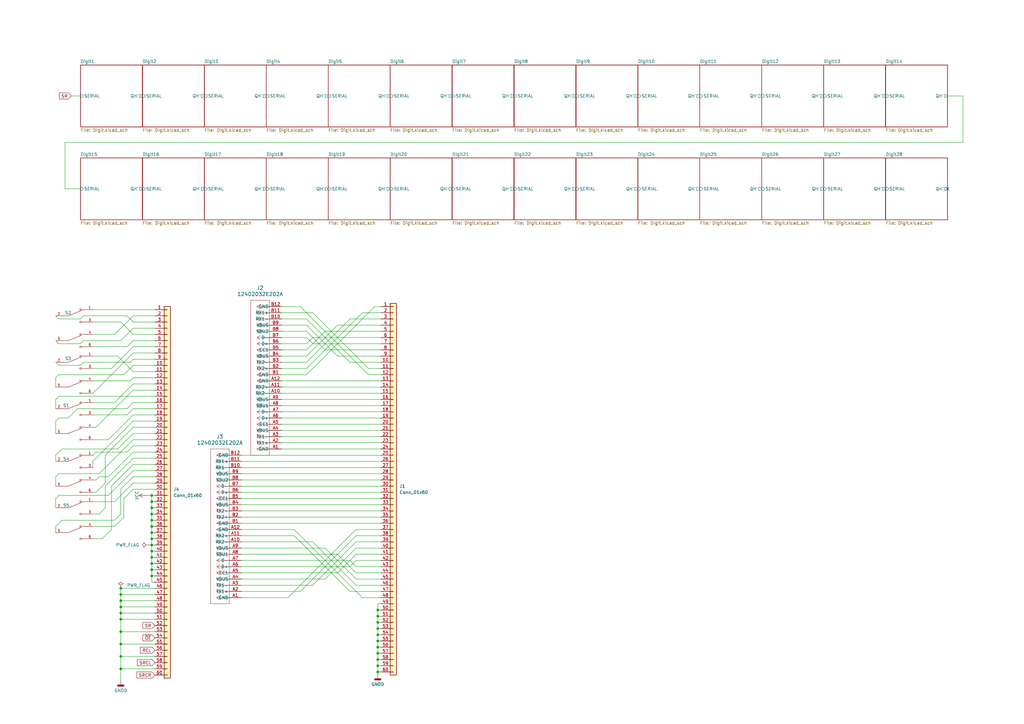
<source format=kicad_sch>
(kicad_sch (version 20250114) (generator "eeschema") (generator_version "9.0")
  (paper "A3")
  (lib_symbols
    (symbol "Connector_Generic:Conn_01x60" (pin_names (offset 1.016) (hide yes))
      (property "Reference" "J" (at 0 76.2 0))
      (property "Value" "Conn_01x60" (at 0 -78.74 0))
      (symbol "Conn_01x60_1_1"
        (pin passive line (at -5.08 73.66 0) (length 3.81) (name "Pin_1") (number "1"))
        (pin passive line (at -5.08 71.12 0) (length 3.81) (name "Pin_2") (number "2"))
        (pin passive line (at -5.08 68.58 0) (length 3.81) (name "Pin_3") (number "3"))
        (pin passive line (at -5.08 66.04 0) (length 3.81) (name "Pin_4") (number "4"))
        (pin passive line (at -5.08 63.5 0) (length 3.81) (name "Pin_5") (number "5"))
        (pin passive line (at -5.08 60.96 0) (length 3.81) (name "Pin_6") (number "6"))
        (pin passive line (at -5.08 58.42 0) (length 3.81) (name "Pin_7") (number "7"))
        (pin passive line (at -5.08 55.88 0) (length 3.81) (name "Pin_8") (number "8"))
        (pin passive line (at -5.08 53.34 0) (length 3.81) (name "Pin_9") (number "9"))
        (pin passive line (at -5.08 50.8 0) (length 3.81) (name "Pin_10") (number "10"))
        (pin passive line (at -5.08 48.26 0) (length 3.81) (name "Pin_11") (number "11"))
        (pin passive line (at -5.08 45.72 0) (length 3.81) (name "Pin_12") (number "12"))
        (pin passive line (at -5.08 43.18 0) (length 3.81) (name "Pin_13") (number "13"))
        (pin passive line (at -5.08 40.64 0) (length 3.81) (name "Pin_14") (number "14"))
        (pin passive line (at -5.08 38.1 0) (length 3.81) (name "Pin_15") (number "15"))
        (pin passive line (at -5.08 35.56 0) (length 3.81) (name "Pin_16") (number "16"))
        (pin passive line (at -5.08 33.02 0) (length 3.81) (name "Pin_17") (number "17"))
        (pin passive line (at -5.08 30.48 0) (length 3.81) (name "Pin_18") (number "18"))
        (pin passive line (at -5.08 27.94 0) (length 3.81) (name "Pin_19") (number "19"))
        (pin passive line (at -5.08 25.4 0) (length 3.81) (name "Pin_20") (number "20"))
        (pin passive line (at -5.08 22.86 0) (length 3.81) (name "Pin_21") (number "21"))
        (pin passive line (at -5.08 20.32 0) (length 3.81) (name "Pin_22") (number "22"))
        (pin passive line (at -5.08 17.78 0) (length 3.81) (name "Pin_23") (number "23"))
        (pin passive line (at -5.08 15.24 0) (length 3.81) (name "Pin_24") (number "24"))
        (pin passive line (at -5.08 12.7 0) (length 3.81) (name "Pin_25") (number "25"))
        (pin passive line (at -5.08 10.16 0) (length 3.81) (name "Pin_26") (number "26"))
        (pin passive line (at -5.08 7.62 0) (length 3.81) (name "Pin_27") (number "27"))
        (pin passive line (at -5.08 5.08 0) (length 3.81) (name "Pin_28") (number "28"))
        (pin passive line (at -5.08 2.54 0) (length 3.81) (name "Pin_29") (number "29"))
        (pin passive line (at -5.08 0 0) (length 3.81) (name "Pin_30") (number "30"))
        (pin passive line (at -5.08 -2.54 0) (length 3.81) (name "Pin_31") (number "31"))
        (pin passive line (at -5.08 -5.08 0) (length 3.81) (name "Pin_32") (number "32"))
        (pin passive line (at -5.08 -7.62 0) (length 3.81) (name "Pin_33") (number "33"))
        (pin passive line (at -5.08 -10.16 0) (length 3.81) (name "Pin_34") (number "34"))
        (pin passive line (at -5.08 -12.7 0) (length 3.81) (name "Pin_35") (number "35"))
        (pin passive line (at -5.08 -15.24 0) (length 3.81) (name "Pin_36") (number "36"))
        (pin passive line (at -5.08 -17.78 0) (length 3.81) (name "Pin_37") (number "37"))
        (pin passive line (at -5.08 -20.32 0) (length 3.81) (name "Pin_38") (number "38"))
        (pin passive line (at -5.08 -22.86 0) (length 3.81) (name "Pin_39") (number "39"))
        (pin passive line (at -5.08 -25.4 0) (length 3.81) (name "Pin_40") (number "40"))
        (pin passive line (at -5.08 -27.94 0) (length 3.81) (name "Pin_41") (number "41"))
        (pin passive line (at -5.08 -30.48 0) (length 3.81) (name "Pin_42") (number "42"))
        (pin passive line (at -5.08 -33.02 0) (length 3.81) (name "Pin_43") (number "43"))
        (pin passive line (at -5.08 -35.56 0) (length 3.81) (name "Pin_44") (number "44"))
        (pin passive line (at -5.08 -38.1 0) (length 3.81) (name "Pin_45") (number "45"))
        (pin passive line (at -5.08 -40.64 0) (length 3.81) (name "Pin_46") (number "46"))
        (pin passive line (at -5.08 -43.18 0) (length 3.81) (name "Pin_47") (number "47"))
        (pin passive line (at -5.08 -45.72 0) (length 3.81) (name "Pin_48") (number "48"))
        (pin passive line (at -5.08 -48.26 0) (length 3.81) (name "Pin_49") (number "49"))
        (pin passive line (at -5.08 -50.8 0) (length 3.81) (name "Pin_50") (number "50"))
        (pin passive line (at -5.08 -53.34 0) (length 3.81) (name "Pin_51") (number "51"))
        (pin passive line (at -5.08 -55.88 0) (length 3.81) (name "Pin_52") (number "52"))
        (pin passive line (at -5.08 -58.42 0) (length 3.81) (name "Pin_53") (number "53"))
        (pin passive line (at -5.08 -60.96 0) (length 3.81) (name "Pin_54") (number "54"))
        (pin passive line (at -5.08 -63.5 0) (length 3.81) (name "Pin_55") (number "55"))
        (pin passive line (at -5.08 -66.04 0) (length 3.81) (name "Pin_56") (number "56"))
        (pin passive line (at -5.08 -68.58 0) (length 3.81) (name "Pin_57") (number "57"))
        (pin passive line (at -5.08 -71.12 0) (length 3.81) (name "Pin_58") (number "58"))
        (pin passive line (at -5.08 -73.66 0) (length 3.81) (name "Pin_59") (number "59"))
        (pin passive line (at -5.08 -76.2 0) (length 3.81) (name "Pin_60") (number "60"))
      )
    )
    (symbol "External_Parts:12402032E202A" (pin_names (offset 0.254))
      (property "Reference" "J" (at 8.89 6.35 0))
      (property "Value" "12402032E202A" (at 0 0 0))
      (symbol "12402032E202A_1_1"
        (pin power_out line (at 0 0 0) (length 5.08) (name "GND") (number "A1"))
        (pin bidirectional line (at 0 -2.54 0) (length 5.08) (name "TX1+") (number "A2"))
        (pin bidirectional line (at 0 -5.08 0) (length 5.08) (name "TX1-") (number "A3"))
        (pin power_in line (at 0 -7.62 0) (length 5.08) (name "VBUS") (number "A4"))
        (pin bidirectional line (at 0 -10.16 0) (length 5.08) (name "CC1") (number "A5"))
        (pin unspecified line (at 0 -12.7 0) (length 5.08) (name "D+") (number "A6"))
        (pin bidirectional line (at 0 -15.24 0) (length 5.08) (name "D-") (number "A7"))
        (pin bidirectional line (at 0 -17.78 0) (length 5.08) (name "SBU1") (number "A8"))
        (pin power_in line (at 0 -20.32 0) (length 5.08) (name "VBUS") (number "A9"))
        (pin bidirectional line (at 0 -22.86 0) (length 5.08) (name "RX2-") (number "A10"))
        (pin bidirectional line (at 0 -25.4 0) (length 5.08) (name "RX2+") (number "A11"))
        (pin power_out line (at 0 -27.94 0) (length 5.08) (name "GND") (number "A12"))
        (pin power_out line (at 0 -30.48 0) (length 5.08) (name "GND") (number "B1"))
        (pin bidirectional line (at 0 -33.02 0) (length 5.08) (name "TX2+") (number "B2"))
        (pin bidirectional line (at 0 -35.56 0) (length 5.08) (name "TX2-") (number "B3"))
        (pin power_in line (at 0 -38.1 0) (length 5.08) (name "VBUS") (number "B4"))
        (pin bidirectional line (at 0 -40.64 0) (length 5.08) (name "CC1") (number "B5"))
        (pin unspecified line (at 0 -43.18 0) (length 5.08) (name "D+") (number "B6"))
        (pin bidirectional line (at 0 -45.72 0) (length 5.08) (name "D-") (number "B7"))
        (pin bidirectional line (at 0 -48.26 0) (length 5.08) (name "SBU2") (number "B8"))
        (pin power_in line (at 0 -50.8 0) (length 5.08) (name "VBUS") (number "B9"))
        (pin bidirectional line (at 0 -53.34 0) (length 5.08) (name "RX1-") (number "B10"))
        (pin bidirectional line (at 0 -55.88 0) (length 5.08) (name "RX1+") (number "B11"))
        (pin power_out line (at 0 -58.42 0) (length 5.08) (name "GND") (number "B12"))
      )
      (symbol "12402032E202A_1_2"
        (pin power_out line (at 0 0 0) (length 5.08) (name "GND") (number "A1"))
        (pin bidirectional line (at 0 -2.54 0) (length 5.08) (name "TX1+") (number "A2"))
        (pin bidirectional line (at 0 -5.08 0) (length 5.08) (name "TX1-") (number "A3"))
        (pin power_in line (at 0 -7.62 0) (length 5.08) (name "VBUS") (number "A4"))
        (pin bidirectional line (at 0 -10.16 0) (length 5.08) (name "CC1") (number "A5"))
        (pin unspecified line (at 0 -12.7 0) (length 5.08) (name "D+") (number "A6"))
        (pin bidirectional line (at 0 -15.24 0) (length 5.08) (name "D-") (number "A7"))
        (pin bidirectional line (at 0 -17.78 0) (length 5.08) (name "SBU1") (number "A8"))
        (pin power_in line (at 0 -20.32 0) (length 5.08) (name "VBUS") (number "A9"))
        (pin bidirectional line (at 0 -22.86 0) (length 5.08) (name "RX2-") (number "A10"))
        (pin bidirectional line (at 0 -25.4 0) (length 5.08) (name "RX2+") (number "A11"))
        (pin power_out line (at 0 -27.94 0) (length 5.08) (name "GND") (number "A12"))
        (pin power_out line (at 0 -30.48 0) (length 5.08) (name "GND") (number "B1"))
        (pin bidirectional line (at 0 -33.02 0) (length 5.08) (name "TX2+") (number "B2"))
        (pin bidirectional line (at 0 -35.56 0) (length 5.08) (name "TX2-") (number "B3"))
        (pin power_in line (at 0 -38.1 0) (length 5.08) (name "VBUS") (number "B4"))
        (pin bidirectional line (at 0 -40.64 0) (length 5.08) (name "CC1") (number "B5"))
        (pin unspecified line (at 0 -43.18 0) (length 5.08) (name "D+") (number "B6"))
        (pin bidirectional line (at 0 -45.72 0) (length 5.08) (name "D-") (number "B7"))
        (pin bidirectional line (at 0 -48.26 0) (length 5.08) (name "SBU2") (number "B8"))
        (pin power_in line (at 0 -50.8 0) (length 5.08) (name "VBUS") (number "B9"))
        (pin bidirectional line (at 0 -53.34 0) (length 5.08) (name "RX1-") (number "B10"))
        (pin bidirectional line (at 0 -55.88 0) (length 5.08) (name "RX1+") (number "B11"))
        (pin power_out line (at 0 -58.42 0) (length 5.08) (name "GND") (number "B12"))
      )
    )
    (symbol "External_Parts:TL2230EEF100" (pin_names (offset 1.016))
      (property "Reference" "S" (at -2.54 10.16 0))
      (property "Value" "TL2230EEF100" (at -2.54 -10.16 0))
      (symbol "TL2230EEF100_0_0"
        (pin passive line (at -7.62 5.08 0) (length 2.54) (name "~") (number "2"))
        (pin passive line (at -7.62 -5.08 0) (length 2.54) (name "~") (number "5"))
        (pin passive line (at 7.62 7.62 180) (length 2.54) (name "~") (number "1"))
        (pin passive line (at 7.62 2.54 180) (length 2.54) (name "~") (number "3"))
        (pin passive line (at 7.62 -2.54 180) (length 2.54) (name "~") (number "4"))
        (pin passive line (at 7.62 -7.62 180) (length 2.54) (name "~") (number "6"))
      )
    )
    (symbol "power:GNDD" (power) (pin_numbers (hide yes)) (pin_names (offset 0) (hide yes))
      (property "Value" "GNDD" (at 0 -3.175 0))
      (symbol "GNDD_1_1"
        (pin power_in line (at 0 0 270) (length 0) (name "~") (number "1"))
      )
    )
    (symbol "power:PWR_FLAG" (power) (pin_numbers (hide yes)) (pin_names (offset 0) (hide yes))
      (property "Value" "PWR_FLAG" (at 0 3.81 0))
      (symbol "PWR_FLAG_0_0"
        (pin power_out line (at 0 0 90) (length 0) (name "~") (number "1"))
      )
    )
    (symbol "power:VCC" (power) (pin_numbers (hide yes)) (pin_names (offset 0) (hide yes))
      (property "Value" "VCC" (at 0 3.556 0))
      (symbol "VCC_1_1"
        (pin power_in line (at 0 0 90) (length 0) (name "~") (number "1"))
      )
    )
  )
  (junction (at 62.23 203.2))
  (junction (at 154.94 252.73))
  (junction (at 154.94 275.59))
  (junction (at 49.53 243.84))
  (junction (at 49.53 251.46))
  (junction (at 154.94 260.35))
  (junction (at 62.23 215.9))
  (junction (at 154.94 265.43))
  (junction (at 62.23 208.28))
  (junction (at 49.53 254))
  (junction (at 62.23 233.68))
  (junction (at 62.23 236.22))
  (junction (at 154.94 257.81))
  (junction (at 62.23 205.74))
  (junction (at 49.53 274.32))
  (junction (at 49.53 241.3))
  (junction (at 49.53 246.38))
  (junction (at 49.53 259.08))
  (junction (at 62.23 223.52))
  (junction (at 49.53 248.92))
  (junction (at 154.94 270.51))
  (junction (at 154.94 255.27))
  (junction (at 62.23 213.36))
  (junction (at 62.23 228.6))
  (junction (at 154.94 262.89))
  (junction (at 154.94 267.97))
  (junction (at 154.94 250.19))
  (junction (at 49.53 269.24))
  (junction (at 62.23 226.06))
  (junction (at 62.23 218.44))
  (junction (at 62.23 210.82))
  (junction (at 49.53 264.16))
  (junction (at 62.23 220.98))
  (junction (at 62.23 231.14))
  (junction (at 154.94 273.05))
  (no_connect (at 388.62 77.47))
  (wire (pts (xy 143.51 232.41) (xy 146.05 229.87)))
  (wire (pts (xy 156.21 234.95) (xy 146.05 234.95)))
  (wire (pts (xy 46.99 137.16) (xy 54.61 129.54)))
  (wire (pts (xy 62.23 210.82) (xy 63.5 210.82)))
  (wire (pts (xy 54.61 157.48) (xy 63.5 157.48)))
  (wire (pts (xy 146.05 237.49) (xy 133.35 224.79)))
  (wire (pts (xy 115.57 143.51) (xy 125.73 143.51)))
  (wire (pts (xy 62.23 220.98) (xy 62.23 218.44)))
  (wire (pts (xy 63.5 220.98) (xy 62.23 220.98)))
  (wire (pts (xy 62.23 226.06) (xy 62.23 228.6)))
  (wire (pts (xy 38.1 146.05) (xy 48.26 146.05)))
  (wire (pts (xy 39.37 201.93) (xy 43.18 198.12)))
  (wire (pts (xy 154.94 273.05) (xy 156.21 273.05)))
  (wire (pts (xy 34.29 139.7) (xy 49.53 139.7)))
  (wire (pts (xy 62.23 205.74) (xy 63.5 205.74)))
  (wire (pts (xy 125.73 143.51) (xy 133.35 135.89)))
  (wire (pts (xy 24.13 203.2) (xy 44.45 203.2)))
  (wire (pts (xy 33.02 130.81) (xy 34.29 129.54)))
  (wire (pts (xy 143.51 148.59) (xy 125.73 130.81)))
  (wire (pts (xy 99.06 237.49) (xy 133.35 237.49)))
  (wire (pts (xy 31.75 167.64) (xy 27.94 171.45)))
  (wire (pts (xy 49.53 241.3) (xy 49.53 243.84)))
  (wire (pts (xy 46.99 205.74) (xy 54.61 198.12)))
  (wire (pts (xy 54.61 180.34) (xy 63.5 180.34)))
  (wire (pts (xy 54.61 149.86) (xy 63.5 149.86)))
  (wire (pts (xy 62.23 223.52) (xy 62.23 220.98)))
  (wire (pts (xy 24.13 140.97) (xy 33.02 140.97)))
  (wire (pts (xy 62.23 208.28) (xy 63.5 208.28)))
  (wire (pts (xy 38.1 189.23) (xy 54.61 172.72)))
  (wire (pts (xy 63.5 165.1) (xy 54.61 165.1)))
  (wire (pts (xy 43.18 199.39) (xy 54.61 187.96)))
  (wire (pts (xy 120.65 217.17) (xy 148.59 245.11)))
  (wire (pts (xy 115.57 179.07) (xy 156.21 179.07)))
  (wire (pts (xy 143.51 229.87) (xy 146.05 232.41)))
  (wire (pts (xy 38.1 186.69) (xy 39.37 185.42)))
  (wire (pts (xy 115.57 146.05) (xy 125.73 146.05)))
  (wire (pts (xy 49.53 241.3) (xy 63.5 241.3)))
  (wire (pts (xy 394.97 39.37) (xy 388.62 39.37)))
  (wire (pts (xy 25.4 184.15) (xy 48.26 184.15)))
  (wire (pts (xy 45.72 151.13) (xy 54.61 142.24)))
  (wire (pts (xy 115.57 173.99) (xy 156.21 173.99)))
  (wire (pts (xy 128.27 140.97) (xy 125.73 138.43)))
  (wire (pts (xy 154.94 273.05) (xy 154.94 275.59)))
  (wire (pts (xy 115.57 161.29) (xy 156.21 161.29)))
  (wire (pts (xy 62.23 223.52) (xy 62.23 226.06)))
  (wire (pts (xy 156.21 138.43) (xy 128.27 138.43)))
  (wire (pts (xy 138.43 146.05) (xy 156.21 146.05)))
  (wire (pts (xy 115.57 128.27) (xy 128.27 128.27)))
  (wire (pts (xy 154.94 252.73) (xy 156.21 252.73)))
  (wire (pts (xy 99.06 234.95) (xy 138.43 234.95)))
  (wire (pts (xy 62.23 218.44) (xy 62.23 215.9)))
  (wire (pts (xy 49.53 254) (xy 63.5 254)))
  (wire (pts (xy 60.96 223.52) (xy 62.23 223.52)))
  (wire (pts (xy 154.94 260.35) (xy 156.21 260.35)))
  (wire (pts (xy 156.21 135.89) (xy 133.35 135.89)))
  (wire (pts (xy 154.94 250.19) (xy 154.94 252.73)))
  (wire (pts (xy 22.86 215.9) (xy 25.4 213.36)))
  (wire (pts (xy 115.57 158.75) (xy 156.21 158.75)))
  (wire (pts (xy 54.61 172.72) (xy 63.5 172.72)))
  (wire (pts (xy 156.21 130.81) (xy 143.51 130.81)))
  (wire (pts (xy 54.61 167.64) (xy 63.5 167.64)))
  (wire (pts (xy 24.13 130.81) (xy 33.02 130.81)))
  (wire (pts (xy 394.97 58.42) (xy 394.97 39.37)))
  (wire (pts (xy 138.43 234.95) (xy 146.05 227.33)))
  (wire (pts (xy 154.94 255.27) (xy 154.94 257.81)))
  (wire (pts (xy 38.1 170.18) (xy 52.07 170.18)))
  (wire (pts (xy 125.73 135.89) (xy 133.35 143.51)))
  (wire (pts (xy 99.06 207.01) (xy 156.21 207.01)))
  (wire (pts (xy 99.06 189.23) (xy 156.21 189.23)))
  (wire (pts (xy 156.21 128.27) (xy 148.59 128.27)))
  (wire (pts (xy 50.8 204.47) (xy 54.61 200.66)))
  (wire (pts (xy 54.61 154.94) (xy 63.5 154.94)))
  (wire (pts (xy 154.94 267.97) (xy 156.21 267.97)))
  (wire (pts (xy 52.07 129.54) (xy 54.61 132.08)))
  (wire (pts (xy 118.11 245.11) (xy 146.05 217.17)))
  (wire (pts (xy 34.29 129.54) (xy 52.07 129.54)))
  (wire (pts (xy 115.57 184.15) (xy 156.21 184.15)))
  (wire (pts (xy 128.27 222.25) (xy 146.05 240.03)))
  (wire (pts (xy 38.1 156.21) (xy 53.34 156.21)))
  (wire (pts (xy 54.61 137.16) (xy 63.5 137.16)))
  (wire (pts (xy 22.86 154.94) (xy 24.13 153.67)))
  (wire (pts (xy 115.57 176.53) (xy 156.21 176.53)))
  (wire (pts (xy 156.21 143.51) (xy 133.35 143.51)))
  (wire (pts (xy 62.23 236.22) (xy 63.5 236.22)))
  (wire (pts (xy 99.06 212.09) (xy 156.21 212.09)))
  (wire (pts (xy 125.73 151.13) (xy 148.59 128.27)))
  (wire (pts (xy 128.27 240.03) (xy 146.05 222.25)))
  (wire (pts (xy 46.99 215.9) (xy 50.8 212.09)))
  (wire (pts (xy 99.06 232.41) (xy 143.51 232.41)))
  (wire (pts (xy 54.61 200.66) (xy 63.5 200.66)))
  (wire (pts (xy 22.86 218.44) (xy 22.86 215.9)))
  (wire (pts (xy 62.23 226.06) (xy 63.5 226.06)))
  (wire (pts (xy 99.06 240.03) (xy 128.27 240.03)))
  (wire (pts (xy 154.94 270.51) (xy 154.94 273.05)))
  (wire (pts (xy 54.61 198.12) (xy 63.5 198.12)))
  (wire (pts (xy 38.1 196.85) (xy 39.37 196.85)))
  (wire (pts (xy 53.34 156.21) (xy 54.61 154.94)))
  (wire (pts (xy 24.13 149.86) (xy 33.02 149.86)))
  (wire (pts (xy 62.23 236.22) (xy 62.23 238.76)))
  (wire (pts (xy 49.53 139.7) (xy 54.61 134.62)))
  (wire (pts (xy 45.72 199.39) (xy 54.61 190.5)))
  (wire (pts (xy 99.06 196.85) (xy 156.21 196.85)))
  (wire (pts (xy 115.57 168.91) (xy 156.21 168.91)))
  (wire (pts (xy 115.57 135.89) (xy 125.73 135.89)))
  (wire (pts (xy 99.06 245.11) (xy 118.11 245.11)))
  (wire (pts (xy 156.21 227.33) (xy 146.05 227.33)))
  (wire (pts (xy 40.64 210.82) (xy 43.18 208.28)))
  (wire (pts (xy 22.86 158.75) (xy 22.86 154.94)))
  (wire (pts (xy 99.06 227.33) (xy 138.43 227.33)))
  (wire (pts (xy 38.1 142.24) (xy 52.07 142.24)))
  (wire (pts (xy 44.45 203.2) (xy 54.61 193.04)))
  (wire (pts (xy 39.37 185.42) (xy 52.07 185.42)))
  (wire (pts (xy 143.51 242.57) (xy 120.65 219.71)))
  (wire (pts (xy 48.26 184.15) (xy 54.61 177.8)))
  (wire (pts (xy 62.23 213.36) (xy 63.5 213.36)))
  (wire (pts (xy 99.06 191.77) (xy 156.21 191.77)))
  (wire (pts (xy 154.94 252.73) (xy 154.94 255.27)))
  (wire (pts (xy 54.61 147.32) (xy 63.5 147.32)))
  (wire (pts (xy 133.35 237.49) (xy 146.05 224.79)))
  (wire (pts (xy 128.27 128.27) (xy 151.13 151.13)))
  (wire (pts (xy 22.86 189.23) (xy 22.86 186.69)))
  (wire (pts (xy 156.21 229.87) (xy 146.05 229.87)))
  (wire (pts (xy 154.94 265.43) (xy 156.21 265.43)))
  (wire (pts (xy 52.07 185.42) (xy 54.61 182.88)))
  (wire (pts (xy 38.1 132.08) (xy 49.53 132.08)))
  (wire (pts (xy 49.53 251.46) (xy 49.53 254)))
  (wire (pts (xy 49.53 210.82) (xy 49.53 200.66)))
  (wire (pts (xy 156.21 242.57) (xy 143.51 242.57)))
  (wire (pts (xy 45.72 217.17) (xy 45.72 199.39)))
  (wire (pts (xy 62.23 231.14) (xy 63.5 231.14)))
  (wire (pts (xy 53.34 148.59) (xy 54.61 147.32)))
  (wire (pts (xy 54.61 195.58) (xy 63.5 195.58)))
  (wire (pts (xy 22.86 186.69) (xy 25.4 184.15)))
  (wire (pts (xy 38.1 127) (xy 63.5 127)))
  (wire (pts (xy 99.06 209.55) (xy 156.21 209.55)))
  (wire (pts (xy 125.73 133.35) (xy 138.43 146.05)))
  (wire (pts (xy 49.53 259.08) (xy 63.5 259.08)))
  (wire (pts (xy 62.23 218.44) (xy 63.5 218.44)))
  (wire (pts (xy 49.53 200.66) (xy 54.61 195.58)))
  (wire (pts (xy 49.53 243.84) (xy 63.5 243.84)))
  (wire (pts (xy 156.21 237.49) (xy 146.05 237.49)))
  (wire (pts (xy 44.45 180.34) (xy 54.61 170.18)))
  (wire (pts (xy 54.61 142.24) (xy 63.5 142.24)))
  (wire (pts (xy 54.61 187.96) (xy 63.5 187.96)))
  (wire (pts (xy 62.23 238.76) (xy 63.5 238.76)))
  (wire (pts (xy 99.06 219.71) (xy 120.65 219.71)))
  (wire (pts (xy 99.06 242.57) (xy 123.19 242.57)))
  (wire (pts (xy 99.06 229.87) (xy 143.51 229.87)))
  (wire (pts (xy 54.61 137.16) (xy 49.53 132.08)))
  (wire (pts (xy 49.53 259.08) (xy 49.53 264.16)))
  (wire (pts (xy 63.5 162.56) (xy 24.13 162.56)))
  (wire (pts (xy 54.61 129.54) (xy 63.5 129.54)))
  (wire (pts (xy 115.57 181.61) (xy 156.21 181.61)))
  (wire (pts (xy 38.1 205.74) (xy 46.99 205.74)))
  (wire (pts (xy 156.21 125.73) (xy 153.67 125.73)))
  (wire (pts (xy 115.57 171.45) (xy 156.21 171.45)))
  (wire (pts (xy 59.69 203.2) (xy 62.23 203.2)))
  (wire (pts (xy 49.53 264.16) (xy 49.53 269.24)))
  (wire (pts (xy 154.94 255.27) (xy 156.21 255.27)))
  (wire (pts (xy 99.06 222.25) (xy 128.27 222.25)))
  (wire (pts (xy 40.64 195.58) (xy 44.45 195.58)))
  (wire (pts (xy 156.21 133.35) (xy 138.43 133.35)))
  (wire (pts (xy 24.13 153.67) (xy 50.8 153.67)))
  (wire (pts (xy 54.61 182.88) (xy 63.5 182.88)))
  (wire (pts (xy 62.23 205.74) (xy 62.23 203.2)))
  (wire (pts (xy 38.1 191.77) (xy 38.1 189.23)))
  (wire (pts (xy 22.86 195.58) (xy 24.13 194.31)))
  (wire (pts (xy 115.57 163.83) (xy 156.21 163.83)))
  (wire (pts (xy 22.86 148.59) (xy 24.13 149.86)))
  (wire (pts (xy 38.1 215.9) (xy 46.99 215.9)))
  (wire (pts (xy 39.37 175.26) (xy 54.61 160.02)))
  (wire (pts (xy 154.94 275.59) (xy 156.21 275.59)))
  (wire (pts (xy 54.61 170.18) (xy 63.5 170.18)))
  (wire (pts (xy 99.06 201.93) (xy 156.21 201.93)))
  (wire (pts (xy 154.94 262.89) (xy 156.21 262.89)))
  (wire (pts (xy 22.86 163.83) (xy 22.86 167.64)))
  (wire (pts (xy 54.61 175.26) (xy 63.5 175.26)))
  (wire (pts (xy 153.67 125.73) (xy 125.73 153.67)))
  (wire (pts (xy 46.99 213.36) (xy 49.53 210.82)))
  (wire (pts (xy 115.57 153.67) (xy 125.73 153.67)))
  (wire (pts (xy 62.23 228.6) (xy 62.23 231.14)))
  (wire (pts (xy 151.13 151.13) (xy 156.21 151.13)))
  (wire (pts (xy 156.21 222.25) (xy 146.05 222.25)))
  (wire (pts (xy 38.1 165.1) (xy 46.99 165.1)))
  (wire (pts (xy 22.86 139.7) (xy 24.13 140.97)))
  (wire (pts (xy 49.53 254) (xy 49.53 259.08)))
  (wire (pts (xy 22.86 204.47) (xy 24.13 203.2)))
  (wire (pts (xy 156.21 148.59) (xy 143.51 148.59)))
  (wire (pts (xy 22.86 172.72) (xy 22.86 177.8)))
  (wire (pts (xy 62.23 215.9) (xy 63.5 215.9)))
  (wire (pts (xy 54.61 177.8) (xy 63.5 177.8)))
  (wire (pts (xy 49.53 243.84) (xy 49.53 246.38)))
  (wire (pts (xy 34.29 148.59) (xy 53.34 148.59)))
  (wire (pts (xy 27.94 171.45) (xy 24.13 171.45)))
  (wire (pts (xy 138.43 133.35) (xy 125.73 146.05)))
  (wire (pts (xy 63.5 152.4) (xy 54.61 152.4)))
  (wire (pts (xy 123.19 242.57) (xy 146.05 219.71)))
  (wire (pts (xy 154.94 265.43) (xy 154.94 267.97)))
  (wire (pts (xy 99.06 204.47) (xy 156.21 204.47)))
  (wire (pts (xy 115.57 166.37) (xy 156.21 166.37)))
  (wire (pts (xy 99.06 194.31) (xy 156.21 194.31)))
  (wire (pts (xy 38.1 161.29) (xy 54.61 144.78)))
  (wire (pts (xy 54.61 185.42) (xy 63.5 185.42)))
  (wire (pts (xy 62.23 233.68) (xy 62.23 236.22)))
  (wire (pts (xy 33.02 140.97) (xy 34.29 139.7)))
  (wire (pts (xy 54.61 193.04) (xy 63.5 193.04)))
  (wire (pts (xy 115.57 140.97) (xy 125.73 140.97)))
  (wire (pts (xy 54.61 139.7) (xy 63.5 139.7)))
  (wire (pts (xy 33.02 77.47) (xy 26.67 77.47)))
  (wire (pts (xy 38.1 137.16) (xy 46.99 137.16)))
  (wire (pts (xy 62.23 231.14) (xy 62.23 233.68)))
  (wire (pts (xy 154.94 257.81) (xy 156.21 257.81)))
  (wire (pts (xy 39.37 196.85) (xy 40.64 195.58)))
  (wire (pts (xy 156.21 217.17) (xy 146.05 217.17)))
  (wire (pts (xy 43.18 208.28) (xy 43.18 199.39)))
  (wire (pts (xy 62.23 215.9) (xy 62.23 213.36)))
  (wire (pts (xy 46.99 165.1) (xy 54.61 157.48)))
  (wire (pts (xy 22.86 199.39) (xy 22.86 195.58)))
  (wire (pts (xy 154.94 260.35) (xy 154.94 262.89)))
  (wire (pts (xy 62.23 228.6) (xy 63.5 228.6)))
  (wire (pts (xy 99.06 199.39) (xy 156.21 199.39)))
  (wire (pts (xy 24.13 171.45) (xy 22.86 172.72)))
  (wire (pts (xy 156.21 245.11) (xy 148.59 245.11)))
  (wire (pts (xy 29.21 39.37) (xy 33.02 39.37)))
  (wire (pts (xy 154.94 250.19) (xy 156.21 250.19)))
  (wire (pts (xy 156.21 240.03) (xy 146.05 240.03)))
  (wire (pts (xy 154.94 262.89) (xy 154.94 265.43)))
  (wire (pts (xy 115.57 125.73) (xy 123.19 125.73)))
  (wire (pts (xy 99.06 217.17) (xy 120.65 217.17)))
  (wire (pts (xy 128.27 138.43) (xy 125.73 140.97)))
  (wire (pts (xy 33.02 149.86) (xy 34.29 148.59)))
  (wire (pts (xy 49.53 251.46) (xy 63.5 251.46)))
  (wire (pts (xy 49.53 248.92) (xy 63.5 248.92)))
  (wire (pts (xy 62.23 213.36) (xy 62.23 210.82)))
  (wire (pts (xy 99.06 214.63) (xy 156.21 214.63)))
  (wire (pts (xy 38.1 201.93) (xy 39.37 201.93)))
  (wire (pts (xy 49.53 274.32) (xy 63.5 274.32)))
  (wire (pts (xy 115.57 148.59) (xy 125.73 148.59)))
  (wire (pts (xy 43.18 198.12) (xy 43.18 186.69)))
  (wire (pts (xy 24.13 194.31) (xy 40.64 194.31)))
  (wire (pts (xy 151.13 153.67) (xy 156.21 153.67)))
  (wire (pts (xy 62.23 208.28) (xy 62.23 205.74)))
  (wire (pts (xy 52.07 170.18) (xy 54.61 167.64)))
  (wire (pts (xy 49.53 274.32) (xy 49.53 279.4)))
  (wire (pts (xy 156.21 219.71) (xy 146.05 219.71)))
  (wire (pts (xy 54.61 132.08) (xy 63.5 132.08)))
  (wire (pts (xy 41.91 220.98) (xy 45.72 217.17)))
  (wire (pts (xy 154.94 247.65) (xy 156.21 247.65)))
  (wire (pts (xy 138.43 227.33) (xy 146.05 234.95)))
  (wire (pts (xy 38.1 220.98) (xy 41.91 220.98)))
  (wire (pts (xy 49.53 269.24) (xy 63.5 269.24)))
  (wire (pts (xy 49.53 269.24) (xy 49.53 274.32)))
  (wire (pts (xy 115.57 138.43) (xy 125.73 138.43)))
  (wire (pts (xy 154.94 275.59) (xy 154.94 276.86)))
  (wire (pts (xy 38.1 175.26) (xy 39.37 175.26)))
  (wire (pts (xy 22.86 208.28) (xy 22.86 204.47)))
  (wire (pts (xy 38.1 210.82) (xy 40.64 210.82)))
  (wire (pts (xy 38.1 151.13) (xy 45.72 151.13)))
  (wire (pts (xy 115.57 156.21) (xy 156.21 156.21)))
  (wire (pts (xy 154.94 270.51) (xy 156.21 270.51)))
  (wire (pts (xy 154.94 247.65) (xy 154.94 250.19)))
  (wire (pts (xy 115.57 133.35) (xy 125.73 133.35)))
  (wire (pts (xy 25.4 213.36) (xy 46.99 213.36)))
  (wire (pts (xy 24.13 162.56) (xy 22.86 163.83)))
  (wire (pts (xy 49.53 246.38) (xy 49.53 248.92)))
  (wire (pts (xy 62.23 210.82) (xy 62.23 208.28)))
  (wire (pts (xy 50.8 212.09) (xy 50.8 204.47)))
  (wire (pts (xy 52.07 167.64) (xy 31.75 167.64)))
  (wire (pts (xy 49.53 248.92) (xy 49.53 251.46)))
  (wire (pts (xy 154.94 267.97) (xy 154.94 270.51)))
  (wire (pts (xy 49.53 246.38) (xy 63.5 246.38)))
  (wire (pts (xy 40.64 194.31) (xy 54.61 180.34)))
  (wire (pts (xy 156.21 232.41) (xy 146.05 232.41)))
  (wire (pts (xy 156.21 140.97) (xy 128.27 140.97)))
  (wire (pts (xy 143.51 130.81) (xy 125.73 148.59)))
  (wire (pts (xy 22.86 129.54) (xy 24.13 130.81)))
  (wire (pts (xy 156.21 224.79) (xy 146.05 224.79)))
  (wire (pts (xy 43.18 186.69) (xy 54.61 175.26)))
  (wire (pts (xy 62.23 203.2) (xy 63.5 203.2)))
  (wire (pts (xy 26.67 77.47) (xy 26.67 58.42)))
  (wire (pts (xy 44.45 195.58) (xy 54.61 185.42)))
  (wire (pts (xy 54.61 144.78) (xy 63.5 144.78)))
  (wire (pts (xy 54.61 152.4) (xy 48.26 146.05)))
  (wire (pts (xy 99.06 186.69) (xy 156.21 186.69)))
  (wire (pts (xy 99.06 224.79) (xy 133.35 224.79)))
  (wire (pts (xy 115.57 151.13) (xy 125.73 151.13)))
  (wire (pts (xy 54.61 160.02) (xy 63.5 160.02)))
  (wire (pts (xy 54.61 165.1) (xy 52.07 167.64)))
  (wire (pts (xy 123.19 125.73) (xy 151.13 153.67)))
  (wire (pts (xy 154.94 257.81) (xy 154.94 260.35)))
  (wire (pts (xy 38.1 180.34) (xy 44.45 180.34)))
  (wire (pts (xy 54.61 134.62) (xy 63.5 134.62)))
  (wire (pts (xy 26.67 58.42) (xy 394.97 58.42)))
  (wire (pts (xy 49.53 264.16) (xy 63.5 264.16)))
  (wire (pts (xy 52.07 142.24) (xy 54.61 139.7)))
  (wire (pts (xy 50.8 153.67) (xy 54.61 149.86)))
  (wire (pts (xy 54.61 190.5) (xy 63.5 190.5)))
  (wire (pts (xy 115.57 130.81) (xy 125.73 130.81)))
  (wire (pts (xy 63.5 223.52) (xy 62.23 223.52)))
  (wire (pts (xy 62.23 233.68) (xy 63.5 233.68)))
  (global_label "~{OE}" (shape input) (at 63.5 261.62 180) (property "Intersheetrefs" "${INTERSHEET_REFS}" (effects (hide yes))))
  (global_label "SRCR" (shape input) (at 63.5 276.86 180) (property "Intersheetrefs" "${INTERSHEET_REFS}" (effects (hide yes))))
  (global_label "RCL" (shape input) (at 63.5 266.7 180) (property "Intersheetrefs" "${INTERSHEET_REFS}" (effects (hide yes))))
  (global_label "SR" (shape input) (at 29.21 39.37 180) (property "Intersheetrefs" "${INTERSHEET_REFS}" (effects (hide yes))))
  (global_label "SR" (shape input) (at 63.5 256.54 180) (property "Intersheetrefs" "${INTERSHEET_REFS}" (effects (hide yes))))
  (global_label "SRCL" (shape input) (at 63.5 271.78 180) (property "Intersheetrefs" "${INTERSHEET_REFS}" (effects (hide yes))))
  (symbol (lib_id "External_Parts:TL2230EEF100") (at 30.48 213.36 0) (unit 1)
    (property "Reference" "S5" (at 27.178 207.264 0))
    (property "Value" "TL2230EEF100" (effects (hide yes)))
    (property "Footprint" "External_Parts:SW_TL2230EEF100" (effects (hide yes)))
    (property "PARTREV" "E" (effects (hide yes)))
    (property "STANDARD" "Manufacturer Recommendations" (effects (hide yes)))
    (property "MANUFACTURER" "E-Switch" (effects (hide yes)))
    (property "MAXIMUM_PACKAGE_HEIGHT" "12.5 mm" (effects (hide yes)))
    (property "SNAPEDA_PN" "TL2230EEF140" (effects (hide yes)))
  )
  (symbol (lib_id "External_Parts:TL2230EEF100") (at 30.48 153.67 0) (unit 1)
    (property "Reference" "S3" (at 27.94 147.066 0))
    (property "Value" "TL2230EEF100" (effects (hide yes)))
    (property "Footprint" "External_Parts:SW_TL2230EEF100" (effects (hide yes)))
    (property "PARTREV" "E" (effects (hide yes)))
    (property "STANDARD" "Manufacturer Recommendations" (effects (hide yes)))
    (property "MANUFACTURER" "E-Switch" (effects (hide yes)))
    (property "MAXIMUM_PACKAGE_HEIGHT" "12.5 mm" (effects (hide yes)))
    (property "SNAPEDA_PN" "TL2230EEF140" (effects (hide yes)))
  )
  (symbol (lib_id "power:GNDD") (at 154.94 276.86 0) (unit 1)
    (property "Reference" "#PWR0254" (effects (hide yes)))
    (property "Value" "GNDD" (at 154.94 280.67 0))
    (property "Description" "Power symbol creates a global label with name \"GNDD\" , digital ground" (effects (hide yes)))
  )
  (symbol (lib_id "External_Parts:12402032E202A") (at 115.57 184.15 180) (unit 1)
    (property "Reference" "J2" (at 106.68 118.11 0) (effects (font (size 1.524 1.524))))
    (property "Value" "12402032E202A" (at 106.68 120.65 0) (effects (font (size 1.524 1.524))))
    (property "Footprint" "External_Parts:CONN_12402032E202A_AMP" (effects (hide yes)))
    (property "Datasheet" "12402032E202A" (effects (hide yes)))
  )
  (symbol (lib_id "power:VCC") (at 59.69 203.2 90) (unit 1)
    (property "Reference" "#PWR0253" (effects (hide yes)))
    (property "Value" "VCC" (at 56.134 203.2 0))
    (property "Description" "Power symbol creates a global label with name \"VCC\"" (effects (hide yes)))
  )
  (symbol (lib_id "External_Parts:TL2230EEF100") (at 30.48 172.72 0) (unit 1)
    (property "Reference" "S1" (at 27.178 166.37 0))
    (property "Value" "TL2230EEF100" (effects (hide yes)))
    (property "Footprint" "External_Parts:SW_TL2230EEF100" (effects (hide yes)))
    (property "PARTREV" "E" (effects (hide yes)))
    (property "STANDARD" "Manufacturer Recommendations" (effects (hide yes)))
    (property "MANUFACTURER" "E-Switch" (effects (hide yes)))
    (property "MAXIMUM_PACKAGE_HEIGHT" "12.5 mm" (effects (hide yes)))
    (property "SNAPEDA_PN" "TL2230EEF140" (effects (hide yes)))
  )
  (symbol (lib_id "power:PWR_FLAG") (at 49.53 241.3 0) (unit 1)
    (property "Reference" "#FLG02" (effects (hide yes)))
    (property "Value" "PWR_FLAG" (at 52.07 240.0299 0) (effects (justify left)))
    (property "Description" "Special symbol for telling ERC where power comes from" (effects (hide yes)))
  )
  (symbol (lib_id "Connector_Generic:Conn_01x60") (at 161.29 199.39 0) (unit 1)
    (property "Reference" "J1" (at 163.83 199.3899 0) (effects (justify left)))
    (property "Value" "Conn_01x60" (at 163.83 201.9299 0) (effects (justify left)))
    (property "Footprint" "External_Parts:CON_2004850460_MOL" (effects (hide yes)))
    (property "Description" "\"Generic connector, single row, 01x60, script generated\"" (effects (hide yes)))
  )
  (symbol (lib_id "External_Parts:12402032E202A") (at 99.06 245.11 180) (unit 1)
    (property "Reference" "J3" (at 90.17 179.07 0) (effects (font (size 1.524 1.524))))
    (property "Value" "12402032E202A" (at 90.17 181.61 0) (effects (font (size 1.524 1.524))))
    (property "Footprint" "External_Parts:CONN_12402032E202A_AMP" (effects (hide yes)))
    (property "Datasheet" "12402032E202A" (effects (hide yes)))
  )
  (symbol (lib_id "External_Parts:TL2230EEF100") (at 30.48 134.62 0) (unit 1)
    (property "Reference" "S2" (at 27.94 128.27 0))
    (property "Value" "TL2230EEF100" (effects (hide yes)))
    (property "Footprint" "External_Parts:SW_TL2230EEF100" (effects (hide yes)))
    (property "PARTREV" "E" (effects (hide yes)))
    (property "STANDARD" "Manufacturer Recommendations" (effects (hide yes)))
    (property "MANUFACTURER" "E-Switch" (effects (hide yes)))
    (property "MAXIMUM_PACKAGE_HEIGHT" "12.5 mm" (effects (hide yes)))
    (property "SNAPEDA_PN" "TL2230EEF140" (effects (hide yes)))
  )
  (symbol (lib_id "External_Parts:TL2230EEF100") (at 30.48 194.31 0) (unit 1)
    (property "Reference" "S4" (at 27.178 188.214 0))
    (property "Value" "TL2230EEF100" (effects (hide yes)))
    (property "Footprint" "External_Parts:SW_TL2230EEF100" (effects (hide yes)))
    (property "PARTREV" "E" (effects (hide yes)))
    (property "STANDARD" "Manufacturer Recommendations" (effects (hide yes)))
    (property "MANUFACTURER" "E-Switch" (effects (hide yes)))
    (property "MAXIMUM_PACKAGE_HEIGHT" "12.5 mm" (effects (hide yes)))
    (property "SNAPEDA_PN" "TL2230EEF140" (effects (hide yes)))
  )
  (symbol (lib_id "power:PWR_FLAG") (at 60.96 223.52 90) (unit 1)
    (property "Reference" "#FLG01" (effects (hide yes)))
    (property "Value" "PWR_FLAG" (at 57.15 223.5199 90) (effects (justify left)))
    (property "Description" "Special symbol for telling ERC where power comes from" (effects (hide yes)))
  )
  (symbol (lib_id "Connector_Generic:Conn_01x60") (at 68.58 200.66 0) (unit 1)
    (property "Reference" "J4" (at 71.12 200.6599 0) (effects (justify left)))
    (property "Value" "Conn_01x60" (at 71.12 203.1999 0) (effects (justify left)))
    (property "Footprint" "External_Parts:CON_2004850460_MOL" (effects (hide yes)))
    (property "Description" "\"Generic connector, single row, 01x60, script generated\"" (effects (hide yes)))
  )
  (symbol (lib_id "power:GNDD") (at 49.53 279.4 0) (unit 1)
    (property "Reference" "#PWR0112" (effects (hide yes)))
    (property "Value" "GNDD" (at 49.53 283.21 0))
    (property "Description" "Power symbol creates a global label with name \"GNDD\" , digital ground" (effects (hide yes)))
  )
  (sheet (at 185.42 64.77) (size 25.4 25.4) (stroke (width 0.1524))
    (property "Sheetname" "Digit21" (at 185.42 64.0584 0) (effects (justify left bottom)))
    (property "Sheetfile" "Digit.kicad_sch" (at 185.42 90.7546 0) (effects (justify left top)))
    (pin "QH'" output (at 210.82 77.47 0))
    (pin "SERIAL" input (at 185.42 77.47 180))
  )
  (sheet (at 287.02 64.77) (size 25.4 25.4) (stroke (width 0.1524))
    (property "Sheetname" "Digit25" (at 287.02 64.0584 0) (effects (justify left bottom)))
    (property "Sheetfile" "Digit.kicad_sch" (at 287.02 90.7546 0) (effects (justify left top)))
    (pin "QH'" output (at 312.42 77.47 0))
    (pin "SERIAL" input (at 287.02 77.47 180))
  )
  (sheet (at 261.62 26.67) (size 25.4 25.4) (stroke (width 0.1524))
    (property "Sheetname" "Digit10" (at 261.62 25.9584 0) (effects (justify left bottom)))
    (property "Sheetfile" "Digit.kicad_sch" (at 261.62 52.6546 0) (effects (justify left top)))
    (pin "QH'" output (at 287.02 39.37 0))
    (pin "SERIAL" input (at 261.62 39.37 180))
  )
  (sheet (at 109.22 64.77) (size 25.4 25.4) (stroke (width 0.1524))
    (property "Sheetname" "Digit18" (at 109.22 64.0584 0) (effects (justify left bottom)))
    (property "Sheetfile" "Digit.kicad_sch" (at 109.22 90.7546 0) (effects (justify left top)))
    (pin "QH'" output (at 134.62 77.47 0))
    (pin "SERIAL" input (at 109.22 77.47 180))
  )
  (sheet (at 83.82 26.67) (size 25.4 25.4) (stroke (width 0.1524))
    (property "Sheetname" "Digit3" (at 83.82 25.9584 0) (effects (justify left bottom)))
    (property "Sheetfile" "Digit.kicad_sch" (at 83.82 52.6546 0) (effects (justify left top)))
    (pin "QH'" output (at 109.22 39.37 0))
    (pin "SERIAL" input (at 83.82 39.37 180))
  )
  (sheet (at 134.62 26.67) (size 25.4 25.4) (stroke (width 0.1524))
    (property "Sheetname" "Digit5" (at 134.62 25.9584 0) (effects (justify left bottom)))
    (property "Sheetfile" "Digit.kicad_sch" (at 134.62 52.6546 0) (effects (justify left top)))
    (pin "QH'" output (at 160.02 39.37 0))
    (pin "SERIAL" input (at 134.62 39.37 180))
  )
  (sheet (at 210.82 26.67) (size 25.4 25.4) (stroke (width 0.1524))
    (property "Sheetname" "Digit8" (at 210.82 25.9584 0) (effects (justify left bottom)))
    (property "Sheetfile" "Digit.kicad_sch" (at 210.82 52.6546 0) (effects (justify left top)))
    (pin "QH'" output (at 236.22 39.37 0))
    (pin "SERIAL" input (at 210.82 39.37 180))
  )
  (sheet (at 109.22 26.67) (size 25.4 25.4) (stroke (width 0.1524))
    (property "Sheetname" "Digit4" (at 109.22 25.9584 0) (effects (justify left bottom)))
    (property "Sheetfile" "Digit.kicad_sch" (at 109.22 52.6546 0) (effects (justify left top)))
    (pin "QH'" output (at 134.62 39.37 0))
    (pin "SERIAL" input (at 109.22 39.37 180))
  )
  (sheet (at 312.42 64.77) (size 25.4 25.4) (stroke (width 0.1524))
    (property "Sheetname" "Digit26" (at 312.42 64.0584 0) (effects (justify left bottom)))
    (property "Sheetfile" "Digit.kicad_sch" (at 312.42 90.7546 0) (effects (justify left top)))
    (pin "QH'" output (at 337.82 77.47 0))
    (pin "SERIAL" input (at 312.42 77.47 180))
  )
  (sheet (at 83.82 64.77) (size 25.4 25.4) (stroke (width 0.1524))
    (property "Sheetname" "Digit17" (at 83.82 64.0584 0) (effects (justify left bottom)))
    (property "Sheetfile" "Digit.kicad_sch" (at 83.82 90.7546 0) (effects (justify left top)))
    (pin "QH'" output (at 109.22 77.47 0))
    (pin "SERIAL" input (at 83.82 77.47 180))
  )
  (sheet (at 160.02 26.67) (size 25.4 25.4) (stroke (width 0.1524))
    (property "Sheetname" "Digit6" (at 160.02 25.9584 0) (effects (justify left bottom)))
    (property "Sheetfile" "Digit.kicad_sch" (at 160.02 52.6546 0) (effects (justify left top)))
    (pin "QH'" output (at 185.42 39.37 0))
    (pin "SERIAL" input (at 160.02 39.37 180))
  )
  (sheet (at 236.22 26.67) (size 25.4 25.4) (stroke (width 0.1524))
    (property "Sheetname" "Digit9" (at 236.22 25.9584 0) (effects (justify left bottom)))
    (property "Sheetfile" "Digit.kicad_sch" (at 236.22 52.6546 0) (effects (justify left top)))
    (pin "QH'" output (at 261.62 39.37 0))
    (pin "SERIAL" input (at 236.22 39.37 180))
  )
  (sheet (at 236.22 64.77) (size 25.4 25.4) (stroke (width 0.1524))
    (property "Sheetname" "Digit23" (at 236.22 64.0584 0) (effects (justify left bottom)))
    (property "Sheetfile" "Digit.kicad_sch" (at 236.22 90.7546 0) (effects (justify left top)))
    (pin "QH'" output (at 261.62 77.47 0))
    (pin "SERIAL" input (at 236.22 77.47 180))
  )
  (sheet (at 337.82 64.77) (size 25.4 25.4) (stroke (width 0.1524))
    (property "Sheetname" "Digit27" (at 337.82 64.0584 0) (effects (justify left bottom)))
    (property "Sheetfile" "Digit.kicad_sch" (at 337.82 90.7546 0) (effects (justify left top)))
    (pin "QH'" output (at 363.22 77.47 0))
    (pin "SERIAL" input (at 337.82 77.47 180))
  )
  (sheet (at 363.22 64.77) (size 25.4 25.4) (stroke (width 0.1524))
    (property "Sheetname" "Digit28" (at 363.22 64.0584 0) (effects (justify left bottom)))
    (property "Sheetfile" "Digit.kicad_sch" (at 363.22 90.7546 0) (effects (justify left top)))
    (pin "QH'" output (at 388.62 77.47 0))
    (pin "SERIAL" input (at 363.22 77.47 180))
  )
  (sheet (at 134.62 64.77) (size 25.4 25.4) (stroke (width 0.1524))
    (property "Sheetname" "Digit19" (at 134.62 64.0584 0) (effects (justify left bottom)))
    (property "Sheetfile" "Digit.kicad_sch" (at 134.62 90.7546 0) (effects (justify left top)))
    (pin "QH'" output (at 160.02 77.47 0))
    (pin "SERIAL" input (at 134.62 77.47 180))
  )
  (sheet (at 58.42 64.77) (size 25.4 25.4) (stroke (width 0.1524))
    (property "Sheetname" "Digit16" (at 58.42 64.0584 0) (effects (justify left bottom)))
    (property "Sheetfile" "Digit.kicad_sch" (at 58.42 90.7546 0) (effects (justify left top)))
    (pin "QH'" output (at 83.82 77.47 0))
    (pin "SERIAL" input (at 58.42 77.47 180))
  )
  (sheet (at 363.22 26.67) (size 25.4 25.4) (stroke (width 0.1524))
    (property "Sheetname" "Digit14" (at 363.22 25.9584 0) (effects (justify left bottom)))
    (property "Sheetfile" "Digit.kicad_sch" (at 363.22 52.6546 0) (effects (justify left top)))
    (pin "QH'" output (at 388.62 39.37 0))
    (pin "SERIAL" input (at 363.22 39.37 180))
  )
  (sheet (at 337.82 26.67) (size 25.4 25.4) (stroke (width 0.1524))
    (property "Sheetname" "Digit13" (at 337.82 25.9584 0) (effects (justify left bottom)))
    (property "Sheetfile" "Digit.kicad_sch" (at 337.82 52.6546 0) (effects (justify left top)))
    (pin "QH'" output (at 363.22 39.37 0))
    (pin "SERIAL" input (at 337.82 39.37 180))
  )
  (sheet (at 160.02 64.77) (size 25.4 25.4) (stroke (width 0.1524))
    (property "Sheetname" "Digit20" (at 160.02 64.0584 0) (effects (justify left bottom)))
    (property "Sheetfile" "Digit.kicad_sch" (at 160.02 90.7546 0) (effects (justify left top)))
    (pin "QH'" output (at 185.42 77.47 0))
    (pin "SERIAL" input (at 160.02 77.47 180))
  )
  (sheet (at 287.02 26.67) (size 25.4 25.4) (stroke (width 0.1524))
    (property "Sheetname" "Digit11" (at 287.02 25.9584 0) (effects (justify left bottom)))
    (property "Sheetfile" "Digit.kicad_sch" (at 287.02 52.6546 0) (effects (justify left top)))
    (pin "QH'" output (at 312.42 39.37 0))
    (pin "SERIAL" input (at 287.02 39.37 180))
  )
  (sheet (at 33.02 26.67) (size 25.4 25.4) (stroke (width 0.1524))
    (property "Sheetname" "Digit1" (at 33.02 25.9584 0) (effects (justify left bottom)))
    (property "Sheetfile" "Digit.kicad_sch" (at 33.02 52.6546 0) (effects (justify left top)))
    (pin "QH'" output (at 58.42 39.37 0))
    (pin "SERIAL" input (at 33.02 39.37 180))
  )
  (sheet (at 58.42 26.67) (size 25.4 25.4) (stroke (width 0.1524))
    (property "Sheetname" "Digit2" (at 58.42 25.9584 0) (effects (justify left bottom)))
    (property "Sheetfile" "Digit.kicad_sch" (at 58.42 52.6546 0) (effects (justify left top)))
    (pin "QH'" output (at 83.82 39.37 0))
    (pin "SERIAL" input (at 58.42 39.37 180))
  )
  (sheet (at 210.82 64.77) (size 25.4 25.4) (stroke (width 0.1524))
    (property "Sheetname" "Digit22" (at 210.82 64.0584 0) (effects (justify left bottom)))
    (property "Sheetfile" "Digit.kicad_sch" (at 210.82 90.7546 0) (effects (justify left top)))
    (pin "QH'" output (at 236.22 77.47 0))
    (pin "SERIAL" input (at 210.82 77.47 180))
  )
  (sheet (at 312.42 26.67) (size 25.4 25.4) (stroke (width 0.1524))
    (property "Sheetname" "Digit12" (at 312.42 25.9584 0) (effects (justify left bottom)))
    (property "Sheetfile" "Digit.kicad_sch" (at 312.42 52.6546 0) (effects (justify left top)))
    (pin "QH'" output (at 337.82 39.37 0))
    (pin "SERIAL" input (at 312.42 39.37 180))
  )
  (sheet (at 185.42 26.67) (size 25.4 25.4) (stroke (width 0.1524))
    (property "Sheetname" "Digit7" (at 185.42 25.9584 0) (effects (justify left bottom)))
    (property "Sheetfile" "Digit.kicad_sch" (at 185.42 52.6546 0) (effects (justify left top)))
    (pin "QH'" output (at 210.82 39.37 0))
    (pin "SERIAL" input (at 185.42 39.37 180))
  )
  (sheet (at 261.62 64.77) (size 25.4 25.4) (stroke (width 0.1524))
    (property "Sheetname" "Digit24" (at 261.62 64.0584 0) (effects (justify left bottom)))
    (property "Sheetfile" "Digit.kicad_sch" (at 261.62 90.7546 0) (effects (justify left top)))
    (pin "QH'" output (at 287.02 77.47 0))
    (pin "SERIAL" input (at 261.62 77.47 180))
  )
  (sheet (at 33.02 64.77) (size 25.4 25.4) (stroke (width 0.1524))
    (property "Sheetname" "Digit15" (at 33.02 64.0584 0) (effects (justify left bottom)))
    (property "Sheetfile" "Digit.kicad_sch" (at 33.02 90.7546 0) (effects (justify left top)))
    (pin "QH'" output (at 58.42 77.47 0))
    (pin "SERIAL" input (at 33.02 77.47 180))
  )
)
</source>
